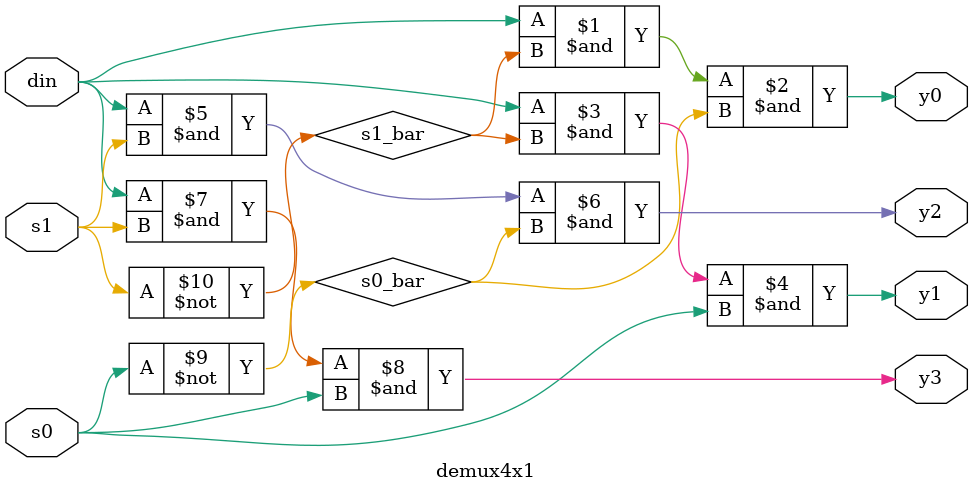
<source format=v>
`timescale 1ns / 1ps


module demux4x1(
    input wire din,        // Data input
    input wire s0, s1,     // Select lines
    output wire y0, y1, y2, y3  // Outputs
);

    wire s0_bar, s1_bar;
    
   
   
    not (s0_bar, s0);
    not (s1_bar, s1);

    and (y0, din, s1_bar, s0_bar);  // 00
    and (y1, din, s1_bar, s0);      // 01
    and (y2, din, s1,     s0_bar);  // 10
    and (y3, din, s1,     s0);      // 11

endmodule


   
</source>
